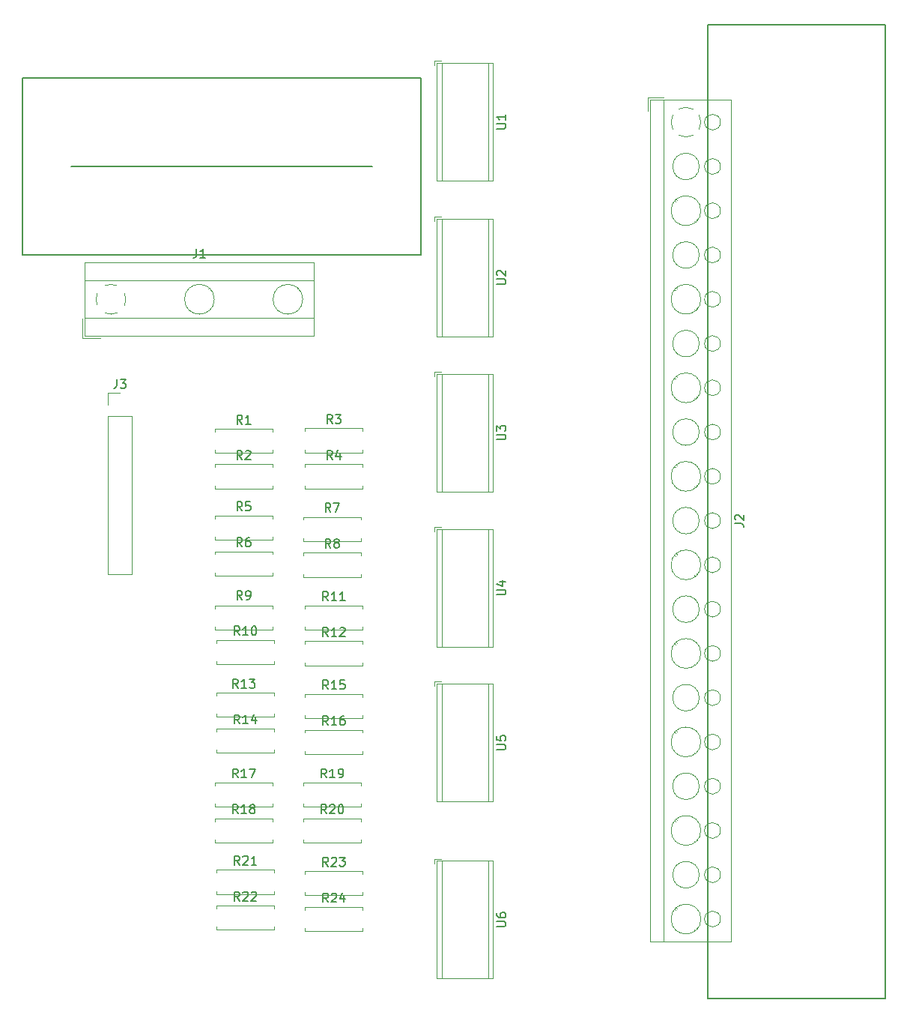
<source format=gbr>
G04 #@! TF.GenerationSoftware,KiCad,Pcbnew,7.0.8-7.0.8~ubuntu22.04.1*
G04 #@! TF.CreationDate,2024-10-17T18:38:32+09:00*
G04 #@! TF.ProjectId,NJW466617LEDDriver,4e4a5734-3636-4363-9137-4c4544447269,rev?*
G04 #@! TF.SameCoordinates,Original*
G04 #@! TF.FileFunction,Legend,Top*
G04 #@! TF.FilePolarity,Positive*
%FSLAX46Y46*%
G04 Gerber Fmt 4.6, Leading zero omitted, Abs format (unit mm)*
G04 Created by KiCad (PCBNEW 7.0.8-7.0.8~ubuntu22.04.1) date 2024-10-17 18:38:32*
%MOMM*%
%LPD*%
G01*
G04 APERTURE LIST*
%ADD10C,0.200000*%
%ADD11C,0.150000*%
%ADD12C,0.120000*%
G04 APERTURE END LIST*
D10*
X111585600Y-46244800D02*
X145585600Y-46244800D01*
X106085600Y-36244800D02*
X151085600Y-36244800D01*
X151085600Y-56244800D01*
X106085600Y-56244800D01*
X106085600Y-36244800D01*
X183585600Y-30244800D02*
X203585600Y-30244800D01*
X203585600Y-140244800D01*
X183585600Y-140244800D01*
X183585600Y-30244800D01*
D11*
X116752266Y-70289619D02*
X116752266Y-71003904D01*
X116752266Y-71003904D02*
X116704647Y-71146761D01*
X116704647Y-71146761D02*
X116609409Y-71242000D01*
X116609409Y-71242000D02*
X116466552Y-71289619D01*
X116466552Y-71289619D02*
X116371314Y-71289619D01*
X117133219Y-70289619D02*
X117752266Y-70289619D01*
X117752266Y-70289619D02*
X117418933Y-70670571D01*
X117418933Y-70670571D02*
X117561790Y-70670571D01*
X117561790Y-70670571D02*
X117657028Y-70718190D01*
X117657028Y-70718190D02*
X117704647Y-70765809D01*
X117704647Y-70765809D02*
X117752266Y-70861047D01*
X117752266Y-70861047D02*
X117752266Y-71099142D01*
X117752266Y-71099142D02*
X117704647Y-71194380D01*
X117704647Y-71194380D02*
X117657028Y-71242000D01*
X117657028Y-71242000D02*
X117561790Y-71289619D01*
X117561790Y-71289619D02*
X117276076Y-71289619D01*
X117276076Y-71289619D02*
X117180838Y-71242000D01*
X117180838Y-71242000D02*
X117133219Y-71194380D01*
X159700419Y-132086704D02*
X160509942Y-132086704D01*
X160509942Y-132086704D02*
X160605180Y-132039085D01*
X160605180Y-132039085D02*
X160652800Y-131991466D01*
X160652800Y-131991466D02*
X160700419Y-131896228D01*
X160700419Y-131896228D02*
X160700419Y-131705752D01*
X160700419Y-131705752D02*
X160652800Y-131610514D01*
X160652800Y-131610514D02*
X160605180Y-131562895D01*
X160605180Y-131562895D02*
X160509942Y-131515276D01*
X160509942Y-131515276D02*
X159700419Y-131515276D01*
X159700419Y-130610514D02*
X159700419Y-130800990D01*
X159700419Y-130800990D02*
X159748038Y-130896228D01*
X159748038Y-130896228D02*
X159795657Y-130943847D01*
X159795657Y-130943847D02*
X159938514Y-131039085D01*
X159938514Y-131039085D02*
X160128990Y-131086704D01*
X160128990Y-131086704D02*
X160509942Y-131086704D01*
X160509942Y-131086704D02*
X160605180Y-131039085D01*
X160605180Y-131039085D02*
X160652800Y-130991466D01*
X160652800Y-130991466D02*
X160700419Y-130896228D01*
X160700419Y-130896228D02*
X160700419Y-130705752D01*
X160700419Y-130705752D02*
X160652800Y-130610514D01*
X160652800Y-130610514D02*
X160605180Y-130562895D01*
X160605180Y-130562895D02*
X160509942Y-130515276D01*
X160509942Y-130515276D02*
X160271847Y-130515276D01*
X160271847Y-130515276D02*
X160176609Y-130562895D01*
X160176609Y-130562895D02*
X160128990Y-130610514D01*
X160128990Y-130610514D02*
X160081371Y-130705752D01*
X160081371Y-130705752D02*
X160081371Y-130896228D01*
X160081371Y-130896228D02*
X160128990Y-130991466D01*
X160128990Y-130991466D02*
X160176609Y-131039085D01*
X160176609Y-131039085D02*
X160271847Y-131086704D01*
X159700419Y-112086704D02*
X160509942Y-112086704D01*
X160509942Y-112086704D02*
X160605180Y-112039085D01*
X160605180Y-112039085D02*
X160652800Y-111991466D01*
X160652800Y-111991466D02*
X160700419Y-111896228D01*
X160700419Y-111896228D02*
X160700419Y-111705752D01*
X160700419Y-111705752D02*
X160652800Y-111610514D01*
X160652800Y-111610514D02*
X160605180Y-111562895D01*
X160605180Y-111562895D02*
X160509942Y-111515276D01*
X160509942Y-111515276D02*
X159700419Y-111515276D01*
X159700419Y-110562895D02*
X159700419Y-111039085D01*
X159700419Y-111039085D02*
X160176609Y-111086704D01*
X160176609Y-111086704D02*
X160128990Y-111039085D01*
X160128990Y-111039085D02*
X160081371Y-110943847D01*
X160081371Y-110943847D02*
X160081371Y-110705752D01*
X160081371Y-110705752D02*
X160128990Y-110610514D01*
X160128990Y-110610514D02*
X160176609Y-110562895D01*
X160176609Y-110562895D02*
X160271847Y-110515276D01*
X160271847Y-110515276D02*
X160509942Y-110515276D01*
X160509942Y-110515276D02*
X160605180Y-110562895D01*
X160605180Y-110562895D02*
X160652800Y-110610514D01*
X160652800Y-110610514D02*
X160700419Y-110705752D01*
X160700419Y-110705752D02*
X160700419Y-110943847D01*
X160700419Y-110943847D02*
X160652800Y-111039085D01*
X160652800Y-111039085D02*
X160605180Y-111086704D01*
X159700419Y-94626704D02*
X160509942Y-94626704D01*
X160509942Y-94626704D02*
X160605180Y-94579085D01*
X160605180Y-94579085D02*
X160652800Y-94531466D01*
X160652800Y-94531466D02*
X160700419Y-94436228D01*
X160700419Y-94436228D02*
X160700419Y-94245752D01*
X160700419Y-94245752D02*
X160652800Y-94150514D01*
X160652800Y-94150514D02*
X160605180Y-94102895D01*
X160605180Y-94102895D02*
X160509942Y-94055276D01*
X160509942Y-94055276D02*
X159700419Y-94055276D01*
X160033752Y-93150514D02*
X160700419Y-93150514D01*
X159652800Y-93388609D02*
X160367085Y-93626704D01*
X160367085Y-93626704D02*
X160367085Y-93007657D01*
X159700419Y-77086704D02*
X160509942Y-77086704D01*
X160509942Y-77086704D02*
X160605180Y-77039085D01*
X160605180Y-77039085D02*
X160652800Y-76991466D01*
X160652800Y-76991466D02*
X160700419Y-76896228D01*
X160700419Y-76896228D02*
X160700419Y-76705752D01*
X160700419Y-76705752D02*
X160652800Y-76610514D01*
X160652800Y-76610514D02*
X160605180Y-76562895D01*
X160605180Y-76562895D02*
X160509942Y-76515276D01*
X160509942Y-76515276D02*
X159700419Y-76515276D01*
X159700419Y-76134323D02*
X159700419Y-75515276D01*
X159700419Y-75515276D02*
X160081371Y-75848609D01*
X160081371Y-75848609D02*
X160081371Y-75705752D01*
X160081371Y-75705752D02*
X160128990Y-75610514D01*
X160128990Y-75610514D02*
X160176609Y-75562895D01*
X160176609Y-75562895D02*
X160271847Y-75515276D01*
X160271847Y-75515276D02*
X160509942Y-75515276D01*
X160509942Y-75515276D02*
X160605180Y-75562895D01*
X160605180Y-75562895D02*
X160652800Y-75610514D01*
X160652800Y-75610514D02*
X160700419Y-75705752D01*
X160700419Y-75705752D02*
X160700419Y-75991466D01*
X160700419Y-75991466D02*
X160652800Y-76086704D01*
X160652800Y-76086704D02*
X160605180Y-76134323D01*
X159700419Y-59546704D02*
X160509942Y-59546704D01*
X160509942Y-59546704D02*
X160605180Y-59499085D01*
X160605180Y-59499085D02*
X160652800Y-59451466D01*
X160652800Y-59451466D02*
X160700419Y-59356228D01*
X160700419Y-59356228D02*
X160700419Y-59165752D01*
X160700419Y-59165752D02*
X160652800Y-59070514D01*
X160652800Y-59070514D02*
X160605180Y-59022895D01*
X160605180Y-59022895D02*
X160509942Y-58975276D01*
X160509942Y-58975276D02*
X159700419Y-58975276D01*
X159795657Y-58546704D02*
X159748038Y-58499085D01*
X159748038Y-58499085D02*
X159700419Y-58403847D01*
X159700419Y-58403847D02*
X159700419Y-58165752D01*
X159700419Y-58165752D02*
X159748038Y-58070514D01*
X159748038Y-58070514D02*
X159795657Y-58022895D01*
X159795657Y-58022895D02*
X159890895Y-57975276D01*
X159890895Y-57975276D02*
X159986133Y-57975276D01*
X159986133Y-57975276D02*
X160128990Y-58022895D01*
X160128990Y-58022895D02*
X160700419Y-58594323D01*
X160700419Y-58594323D02*
X160700419Y-57975276D01*
X159700419Y-41966704D02*
X160509942Y-41966704D01*
X160509942Y-41966704D02*
X160605180Y-41919085D01*
X160605180Y-41919085D02*
X160652800Y-41871466D01*
X160652800Y-41871466D02*
X160700419Y-41776228D01*
X160700419Y-41776228D02*
X160700419Y-41585752D01*
X160700419Y-41585752D02*
X160652800Y-41490514D01*
X160652800Y-41490514D02*
X160605180Y-41442895D01*
X160605180Y-41442895D02*
X160509942Y-41395276D01*
X160509942Y-41395276D02*
X159700419Y-41395276D01*
X160700419Y-40395276D02*
X160700419Y-40966704D01*
X160700419Y-40680990D02*
X159700419Y-40680990D01*
X159700419Y-40680990D02*
X159843276Y-40776228D01*
X159843276Y-40776228D02*
X159938514Y-40871466D01*
X159938514Y-40871466D02*
X159986133Y-40966704D01*
X140632742Y-129329619D02*
X140299409Y-128853428D01*
X140061314Y-129329619D02*
X140061314Y-128329619D01*
X140061314Y-128329619D02*
X140442266Y-128329619D01*
X140442266Y-128329619D02*
X140537504Y-128377238D01*
X140537504Y-128377238D02*
X140585123Y-128424857D01*
X140585123Y-128424857D02*
X140632742Y-128520095D01*
X140632742Y-128520095D02*
X140632742Y-128662952D01*
X140632742Y-128662952D02*
X140585123Y-128758190D01*
X140585123Y-128758190D02*
X140537504Y-128805809D01*
X140537504Y-128805809D02*
X140442266Y-128853428D01*
X140442266Y-128853428D02*
X140061314Y-128853428D01*
X141013695Y-128424857D02*
X141061314Y-128377238D01*
X141061314Y-128377238D02*
X141156552Y-128329619D01*
X141156552Y-128329619D02*
X141394647Y-128329619D01*
X141394647Y-128329619D02*
X141489885Y-128377238D01*
X141489885Y-128377238D02*
X141537504Y-128424857D01*
X141537504Y-128424857D02*
X141585123Y-128520095D01*
X141585123Y-128520095D02*
X141585123Y-128615333D01*
X141585123Y-128615333D02*
X141537504Y-128758190D01*
X141537504Y-128758190D02*
X140966076Y-129329619D01*
X140966076Y-129329619D02*
X141585123Y-129329619D01*
X142442266Y-128662952D02*
X142442266Y-129329619D01*
X142204171Y-128282000D02*
X141966076Y-128996285D01*
X141966076Y-128996285D02*
X142585123Y-128996285D01*
X140632742Y-125279619D02*
X140299409Y-124803428D01*
X140061314Y-125279619D02*
X140061314Y-124279619D01*
X140061314Y-124279619D02*
X140442266Y-124279619D01*
X140442266Y-124279619D02*
X140537504Y-124327238D01*
X140537504Y-124327238D02*
X140585123Y-124374857D01*
X140585123Y-124374857D02*
X140632742Y-124470095D01*
X140632742Y-124470095D02*
X140632742Y-124612952D01*
X140632742Y-124612952D02*
X140585123Y-124708190D01*
X140585123Y-124708190D02*
X140537504Y-124755809D01*
X140537504Y-124755809D02*
X140442266Y-124803428D01*
X140442266Y-124803428D02*
X140061314Y-124803428D01*
X141013695Y-124374857D02*
X141061314Y-124327238D01*
X141061314Y-124327238D02*
X141156552Y-124279619D01*
X141156552Y-124279619D02*
X141394647Y-124279619D01*
X141394647Y-124279619D02*
X141489885Y-124327238D01*
X141489885Y-124327238D02*
X141537504Y-124374857D01*
X141537504Y-124374857D02*
X141585123Y-124470095D01*
X141585123Y-124470095D02*
X141585123Y-124565333D01*
X141585123Y-124565333D02*
X141537504Y-124708190D01*
X141537504Y-124708190D02*
X140966076Y-125279619D01*
X140966076Y-125279619D02*
X141585123Y-125279619D01*
X141918457Y-124279619D02*
X142537504Y-124279619D01*
X142537504Y-124279619D02*
X142204171Y-124660571D01*
X142204171Y-124660571D02*
X142347028Y-124660571D01*
X142347028Y-124660571D02*
X142442266Y-124708190D01*
X142442266Y-124708190D02*
X142489885Y-124755809D01*
X142489885Y-124755809D02*
X142537504Y-124851047D01*
X142537504Y-124851047D02*
X142537504Y-125089142D01*
X142537504Y-125089142D02*
X142489885Y-125184380D01*
X142489885Y-125184380D02*
X142442266Y-125232000D01*
X142442266Y-125232000D02*
X142347028Y-125279619D01*
X142347028Y-125279619D02*
X142061314Y-125279619D01*
X142061314Y-125279619D02*
X141966076Y-125232000D01*
X141966076Y-125232000D02*
X141918457Y-125184380D01*
X130632742Y-129179619D02*
X130299409Y-128703428D01*
X130061314Y-129179619D02*
X130061314Y-128179619D01*
X130061314Y-128179619D02*
X130442266Y-128179619D01*
X130442266Y-128179619D02*
X130537504Y-128227238D01*
X130537504Y-128227238D02*
X130585123Y-128274857D01*
X130585123Y-128274857D02*
X130632742Y-128370095D01*
X130632742Y-128370095D02*
X130632742Y-128512952D01*
X130632742Y-128512952D02*
X130585123Y-128608190D01*
X130585123Y-128608190D02*
X130537504Y-128655809D01*
X130537504Y-128655809D02*
X130442266Y-128703428D01*
X130442266Y-128703428D02*
X130061314Y-128703428D01*
X131013695Y-128274857D02*
X131061314Y-128227238D01*
X131061314Y-128227238D02*
X131156552Y-128179619D01*
X131156552Y-128179619D02*
X131394647Y-128179619D01*
X131394647Y-128179619D02*
X131489885Y-128227238D01*
X131489885Y-128227238D02*
X131537504Y-128274857D01*
X131537504Y-128274857D02*
X131585123Y-128370095D01*
X131585123Y-128370095D02*
X131585123Y-128465333D01*
X131585123Y-128465333D02*
X131537504Y-128608190D01*
X131537504Y-128608190D02*
X130966076Y-129179619D01*
X130966076Y-129179619D02*
X131585123Y-129179619D01*
X131966076Y-128274857D02*
X132013695Y-128227238D01*
X132013695Y-128227238D02*
X132108933Y-128179619D01*
X132108933Y-128179619D02*
X132347028Y-128179619D01*
X132347028Y-128179619D02*
X132442266Y-128227238D01*
X132442266Y-128227238D02*
X132489885Y-128274857D01*
X132489885Y-128274857D02*
X132537504Y-128370095D01*
X132537504Y-128370095D02*
X132537504Y-128465333D01*
X132537504Y-128465333D02*
X132489885Y-128608190D01*
X132489885Y-128608190D02*
X131918457Y-129179619D01*
X131918457Y-129179619D02*
X132537504Y-129179619D01*
X130632742Y-125129619D02*
X130299409Y-124653428D01*
X130061314Y-125129619D02*
X130061314Y-124129619D01*
X130061314Y-124129619D02*
X130442266Y-124129619D01*
X130442266Y-124129619D02*
X130537504Y-124177238D01*
X130537504Y-124177238D02*
X130585123Y-124224857D01*
X130585123Y-124224857D02*
X130632742Y-124320095D01*
X130632742Y-124320095D02*
X130632742Y-124462952D01*
X130632742Y-124462952D02*
X130585123Y-124558190D01*
X130585123Y-124558190D02*
X130537504Y-124605809D01*
X130537504Y-124605809D02*
X130442266Y-124653428D01*
X130442266Y-124653428D02*
X130061314Y-124653428D01*
X131013695Y-124224857D02*
X131061314Y-124177238D01*
X131061314Y-124177238D02*
X131156552Y-124129619D01*
X131156552Y-124129619D02*
X131394647Y-124129619D01*
X131394647Y-124129619D02*
X131489885Y-124177238D01*
X131489885Y-124177238D02*
X131537504Y-124224857D01*
X131537504Y-124224857D02*
X131585123Y-124320095D01*
X131585123Y-124320095D02*
X131585123Y-124415333D01*
X131585123Y-124415333D02*
X131537504Y-124558190D01*
X131537504Y-124558190D02*
X130966076Y-125129619D01*
X130966076Y-125129619D02*
X131585123Y-125129619D01*
X132537504Y-125129619D02*
X131966076Y-125129619D01*
X132251790Y-125129619D02*
X132251790Y-124129619D01*
X132251790Y-124129619D02*
X132156552Y-124272476D01*
X132156552Y-124272476D02*
X132061314Y-124367714D01*
X132061314Y-124367714D02*
X131966076Y-124415333D01*
X140442742Y-119329619D02*
X140109409Y-118853428D01*
X139871314Y-119329619D02*
X139871314Y-118329619D01*
X139871314Y-118329619D02*
X140252266Y-118329619D01*
X140252266Y-118329619D02*
X140347504Y-118377238D01*
X140347504Y-118377238D02*
X140395123Y-118424857D01*
X140395123Y-118424857D02*
X140442742Y-118520095D01*
X140442742Y-118520095D02*
X140442742Y-118662952D01*
X140442742Y-118662952D02*
X140395123Y-118758190D01*
X140395123Y-118758190D02*
X140347504Y-118805809D01*
X140347504Y-118805809D02*
X140252266Y-118853428D01*
X140252266Y-118853428D02*
X139871314Y-118853428D01*
X140823695Y-118424857D02*
X140871314Y-118377238D01*
X140871314Y-118377238D02*
X140966552Y-118329619D01*
X140966552Y-118329619D02*
X141204647Y-118329619D01*
X141204647Y-118329619D02*
X141299885Y-118377238D01*
X141299885Y-118377238D02*
X141347504Y-118424857D01*
X141347504Y-118424857D02*
X141395123Y-118520095D01*
X141395123Y-118520095D02*
X141395123Y-118615333D01*
X141395123Y-118615333D02*
X141347504Y-118758190D01*
X141347504Y-118758190D02*
X140776076Y-119329619D01*
X140776076Y-119329619D02*
X141395123Y-119329619D01*
X142014171Y-118329619D02*
X142109409Y-118329619D01*
X142109409Y-118329619D02*
X142204647Y-118377238D01*
X142204647Y-118377238D02*
X142252266Y-118424857D01*
X142252266Y-118424857D02*
X142299885Y-118520095D01*
X142299885Y-118520095D02*
X142347504Y-118710571D01*
X142347504Y-118710571D02*
X142347504Y-118948666D01*
X142347504Y-118948666D02*
X142299885Y-119139142D01*
X142299885Y-119139142D02*
X142252266Y-119234380D01*
X142252266Y-119234380D02*
X142204647Y-119282000D01*
X142204647Y-119282000D02*
X142109409Y-119329619D01*
X142109409Y-119329619D02*
X142014171Y-119329619D01*
X142014171Y-119329619D02*
X141918933Y-119282000D01*
X141918933Y-119282000D02*
X141871314Y-119234380D01*
X141871314Y-119234380D02*
X141823695Y-119139142D01*
X141823695Y-119139142D02*
X141776076Y-118948666D01*
X141776076Y-118948666D02*
X141776076Y-118710571D01*
X141776076Y-118710571D02*
X141823695Y-118520095D01*
X141823695Y-118520095D02*
X141871314Y-118424857D01*
X141871314Y-118424857D02*
X141918933Y-118377238D01*
X141918933Y-118377238D02*
X142014171Y-118329619D01*
X140442742Y-115279619D02*
X140109409Y-114803428D01*
X139871314Y-115279619D02*
X139871314Y-114279619D01*
X139871314Y-114279619D02*
X140252266Y-114279619D01*
X140252266Y-114279619D02*
X140347504Y-114327238D01*
X140347504Y-114327238D02*
X140395123Y-114374857D01*
X140395123Y-114374857D02*
X140442742Y-114470095D01*
X140442742Y-114470095D02*
X140442742Y-114612952D01*
X140442742Y-114612952D02*
X140395123Y-114708190D01*
X140395123Y-114708190D02*
X140347504Y-114755809D01*
X140347504Y-114755809D02*
X140252266Y-114803428D01*
X140252266Y-114803428D02*
X139871314Y-114803428D01*
X141395123Y-115279619D02*
X140823695Y-115279619D01*
X141109409Y-115279619D02*
X141109409Y-114279619D01*
X141109409Y-114279619D02*
X141014171Y-114422476D01*
X141014171Y-114422476D02*
X140918933Y-114517714D01*
X140918933Y-114517714D02*
X140823695Y-114565333D01*
X141871314Y-115279619D02*
X142061790Y-115279619D01*
X142061790Y-115279619D02*
X142157028Y-115232000D01*
X142157028Y-115232000D02*
X142204647Y-115184380D01*
X142204647Y-115184380D02*
X142299885Y-115041523D01*
X142299885Y-115041523D02*
X142347504Y-114851047D01*
X142347504Y-114851047D02*
X142347504Y-114470095D01*
X142347504Y-114470095D02*
X142299885Y-114374857D01*
X142299885Y-114374857D02*
X142252266Y-114327238D01*
X142252266Y-114327238D02*
X142157028Y-114279619D01*
X142157028Y-114279619D02*
X141966552Y-114279619D01*
X141966552Y-114279619D02*
X141871314Y-114327238D01*
X141871314Y-114327238D02*
X141823695Y-114374857D01*
X141823695Y-114374857D02*
X141776076Y-114470095D01*
X141776076Y-114470095D02*
X141776076Y-114708190D01*
X141776076Y-114708190D02*
X141823695Y-114803428D01*
X141823695Y-114803428D02*
X141871314Y-114851047D01*
X141871314Y-114851047D02*
X141966552Y-114898666D01*
X141966552Y-114898666D02*
X142157028Y-114898666D01*
X142157028Y-114898666D02*
X142252266Y-114851047D01*
X142252266Y-114851047D02*
X142299885Y-114803428D01*
X142299885Y-114803428D02*
X142347504Y-114708190D01*
X130442742Y-119329619D02*
X130109409Y-118853428D01*
X129871314Y-119329619D02*
X129871314Y-118329619D01*
X129871314Y-118329619D02*
X130252266Y-118329619D01*
X130252266Y-118329619D02*
X130347504Y-118377238D01*
X130347504Y-118377238D02*
X130395123Y-118424857D01*
X130395123Y-118424857D02*
X130442742Y-118520095D01*
X130442742Y-118520095D02*
X130442742Y-118662952D01*
X130442742Y-118662952D02*
X130395123Y-118758190D01*
X130395123Y-118758190D02*
X130347504Y-118805809D01*
X130347504Y-118805809D02*
X130252266Y-118853428D01*
X130252266Y-118853428D02*
X129871314Y-118853428D01*
X131395123Y-119329619D02*
X130823695Y-119329619D01*
X131109409Y-119329619D02*
X131109409Y-118329619D01*
X131109409Y-118329619D02*
X131014171Y-118472476D01*
X131014171Y-118472476D02*
X130918933Y-118567714D01*
X130918933Y-118567714D02*
X130823695Y-118615333D01*
X131966552Y-118758190D02*
X131871314Y-118710571D01*
X131871314Y-118710571D02*
X131823695Y-118662952D01*
X131823695Y-118662952D02*
X131776076Y-118567714D01*
X131776076Y-118567714D02*
X131776076Y-118520095D01*
X131776076Y-118520095D02*
X131823695Y-118424857D01*
X131823695Y-118424857D02*
X131871314Y-118377238D01*
X131871314Y-118377238D02*
X131966552Y-118329619D01*
X131966552Y-118329619D02*
X132157028Y-118329619D01*
X132157028Y-118329619D02*
X132252266Y-118377238D01*
X132252266Y-118377238D02*
X132299885Y-118424857D01*
X132299885Y-118424857D02*
X132347504Y-118520095D01*
X132347504Y-118520095D02*
X132347504Y-118567714D01*
X132347504Y-118567714D02*
X132299885Y-118662952D01*
X132299885Y-118662952D02*
X132252266Y-118710571D01*
X132252266Y-118710571D02*
X132157028Y-118758190D01*
X132157028Y-118758190D02*
X131966552Y-118758190D01*
X131966552Y-118758190D02*
X131871314Y-118805809D01*
X131871314Y-118805809D02*
X131823695Y-118853428D01*
X131823695Y-118853428D02*
X131776076Y-118948666D01*
X131776076Y-118948666D02*
X131776076Y-119139142D01*
X131776076Y-119139142D02*
X131823695Y-119234380D01*
X131823695Y-119234380D02*
X131871314Y-119282000D01*
X131871314Y-119282000D02*
X131966552Y-119329619D01*
X131966552Y-119329619D02*
X132157028Y-119329619D01*
X132157028Y-119329619D02*
X132252266Y-119282000D01*
X132252266Y-119282000D02*
X132299885Y-119234380D01*
X132299885Y-119234380D02*
X132347504Y-119139142D01*
X132347504Y-119139142D02*
X132347504Y-118948666D01*
X132347504Y-118948666D02*
X132299885Y-118853428D01*
X132299885Y-118853428D02*
X132252266Y-118805809D01*
X132252266Y-118805809D02*
X132157028Y-118758190D01*
X130442742Y-115279619D02*
X130109409Y-114803428D01*
X129871314Y-115279619D02*
X129871314Y-114279619D01*
X129871314Y-114279619D02*
X130252266Y-114279619D01*
X130252266Y-114279619D02*
X130347504Y-114327238D01*
X130347504Y-114327238D02*
X130395123Y-114374857D01*
X130395123Y-114374857D02*
X130442742Y-114470095D01*
X130442742Y-114470095D02*
X130442742Y-114612952D01*
X130442742Y-114612952D02*
X130395123Y-114708190D01*
X130395123Y-114708190D02*
X130347504Y-114755809D01*
X130347504Y-114755809D02*
X130252266Y-114803428D01*
X130252266Y-114803428D02*
X129871314Y-114803428D01*
X131395123Y-115279619D02*
X130823695Y-115279619D01*
X131109409Y-115279619D02*
X131109409Y-114279619D01*
X131109409Y-114279619D02*
X131014171Y-114422476D01*
X131014171Y-114422476D02*
X130918933Y-114517714D01*
X130918933Y-114517714D02*
X130823695Y-114565333D01*
X131728457Y-114279619D02*
X132395123Y-114279619D01*
X132395123Y-114279619D02*
X131966552Y-115279619D01*
X140632742Y-109329619D02*
X140299409Y-108853428D01*
X140061314Y-109329619D02*
X140061314Y-108329619D01*
X140061314Y-108329619D02*
X140442266Y-108329619D01*
X140442266Y-108329619D02*
X140537504Y-108377238D01*
X140537504Y-108377238D02*
X140585123Y-108424857D01*
X140585123Y-108424857D02*
X140632742Y-108520095D01*
X140632742Y-108520095D02*
X140632742Y-108662952D01*
X140632742Y-108662952D02*
X140585123Y-108758190D01*
X140585123Y-108758190D02*
X140537504Y-108805809D01*
X140537504Y-108805809D02*
X140442266Y-108853428D01*
X140442266Y-108853428D02*
X140061314Y-108853428D01*
X141585123Y-109329619D02*
X141013695Y-109329619D01*
X141299409Y-109329619D02*
X141299409Y-108329619D01*
X141299409Y-108329619D02*
X141204171Y-108472476D01*
X141204171Y-108472476D02*
X141108933Y-108567714D01*
X141108933Y-108567714D02*
X141013695Y-108615333D01*
X142442266Y-108329619D02*
X142251790Y-108329619D01*
X142251790Y-108329619D02*
X142156552Y-108377238D01*
X142156552Y-108377238D02*
X142108933Y-108424857D01*
X142108933Y-108424857D02*
X142013695Y-108567714D01*
X142013695Y-108567714D02*
X141966076Y-108758190D01*
X141966076Y-108758190D02*
X141966076Y-109139142D01*
X141966076Y-109139142D02*
X142013695Y-109234380D01*
X142013695Y-109234380D02*
X142061314Y-109282000D01*
X142061314Y-109282000D02*
X142156552Y-109329619D01*
X142156552Y-109329619D02*
X142347028Y-109329619D01*
X142347028Y-109329619D02*
X142442266Y-109282000D01*
X142442266Y-109282000D02*
X142489885Y-109234380D01*
X142489885Y-109234380D02*
X142537504Y-109139142D01*
X142537504Y-109139142D02*
X142537504Y-108901047D01*
X142537504Y-108901047D02*
X142489885Y-108805809D01*
X142489885Y-108805809D02*
X142442266Y-108758190D01*
X142442266Y-108758190D02*
X142347028Y-108710571D01*
X142347028Y-108710571D02*
X142156552Y-108710571D01*
X142156552Y-108710571D02*
X142061314Y-108758190D01*
X142061314Y-108758190D02*
X142013695Y-108805809D01*
X142013695Y-108805809D02*
X141966076Y-108901047D01*
X140632742Y-105279619D02*
X140299409Y-104803428D01*
X140061314Y-105279619D02*
X140061314Y-104279619D01*
X140061314Y-104279619D02*
X140442266Y-104279619D01*
X140442266Y-104279619D02*
X140537504Y-104327238D01*
X140537504Y-104327238D02*
X140585123Y-104374857D01*
X140585123Y-104374857D02*
X140632742Y-104470095D01*
X140632742Y-104470095D02*
X140632742Y-104612952D01*
X140632742Y-104612952D02*
X140585123Y-104708190D01*
X140585123Y-104708190D02*
X140537504Y-104755809D01*
X140537504Y-104755809D02*
X140442266Y-104803428D01*
X140442266Y-104803428D02*
X140061314Y-104803428D01*
X141585123Y-105279619D02*
X141013695Y-105279619D01*
X141299409Y-105279619D02*
X141299409Y-104279619D01*
X141299409Y-104279619D02*
X141204171Y-104422476D01*
X141204171Y-104422476D02*
X141108933Y-104517714D01*
X141108933Y-104517714D02*
X141013695Y-104565333D01*
X142489885Y-104279619D02*
X142013695Y-104279619D01*
X142013695Y-104279619D02*
X141966076Y-104755809D01*
X141966076Y-104755809D02*
X142013695Y-104708190D01*
X142013695Y-104708190D02*
X142108933Y-104660571D01*
X142108933Y-104660571D02*
X142347028Y-104660571D01*
X142347028Y-104660571D02*
X142442266Y-104708190D01*
X142442266Y-104708190D02*
X142489885Y-104755809D01*
X142489885Y-104755809D02*
X142537504Y-104851047D01*
X142537504Y-104851047D02*
X142537504Y-105089142D01*
X142537504Y-105089142D02*
X142489885Y-105184380D01*
X142489885Y-105184380D02*
X142442266Y-105232000D01*
X142442266Y-105232000D02*
X142347028Y-105279619D01*
X142347028Y-105279619D02*
X142108933Y-105279619D01*
X142108933Y-105279619D02*
X142013695Y-105232000D01*
X142013695Y-105232000D02*
X141966076Y-105184380D01*
X130632742Y-109179619D02*
X130299409Y-108703428D01*
X130061314Y-109179619D02*
X130061314Y-108179619D01*
X130061314Y-108179619D02*
X130442266Y-108179619D01*
X130442266Y-108179619D02*
X130537504Y-108227238D01*
X130537504Y-108227238D02*
X130585123Y-108274857D01*
X130585123Y-108274857D02*
X130632742Y-108370095D01*
X130632742Y-108370095D02*
X130632742Y-108512952D01*
X130632742Y-108512952D02*
X130585123Y-108608190D01*
X130585123Y-108608190D02*
X130537504Y-108655809D01*
X130537504Y-108655809D02*
X130442266Y-108703428D01*
X130442266Y-108703428D02*
X130061314Y-108703428D01*
X131585123Y-109179619D02*
X131013695Y-109179619D01*
X131299409Y-109179619D02*
X131299409Y-108179619D01*
X131299409Y-108179619D02*
X131204171Y-108322476D01*
X131204171Y-108322476D02*
X131108933Y-108417714D01*
X131108933Y-108417714D02*
X131013695Y-108465333D01*
X132442266Y-108512952D02*
X132442266Y-109179619D01*
X132204171Y-108132000D02*
X131966076Y-108846285D01*
X131966076Y-108846285D02*
X132585123Y-108846285D01*
X130442742Y-105149619D02*
X130109409Y-104673428D01*
X129871314Y-105149619D02*
X129871314Y-104149619D01*
X129871314Y-104149619D02*
X130252266Y-104149619D01*
X130252266Y-104149619D02*
X130347504Y-104197238D01*
X130347504Y-104197238D02*
X130395123Y-104244857D01*
X130395123Y-104244857D02*
X130442742Y-104340095D01*
X130442742Y-104340095D02*
X130442742Y-104482952D01*
X130442742Y-104482952D02*
X130395123Y-104578190D01*
X130395123Y-104578190D02*
X130347504Y-104625809D01*
X130347504Y-104625809D02*
X130252266Y-104673428D01*
X130252266Y-104673428D02*
X129871314Y-104673428D01*
X131395123Y-105149619D02*
X130823695Y-105149619D01*
X131109409Y-105149619D02*
X131109409Y-104149619D01*
X131109409Y-104149619D02*
X131014171Y-104292476D01*
X131014171Y-104292476D02*
X130918933Y-104387714D01*
X130918933Y-104387714D02*
X130823695Y-104435333D01*
X131728457Y-104149619D02*
X132347504Y-104149619D01*
X132347504Y-104149619D02*
X132014171Y-104530571D01*
X132014171Y-104530571D02*
X132157028Y-104530571D01*
X132157028Y-104530571D02*
X132252266Y-104578190D01*
X132252266Y-104578190D02*
X132299885Y-104625809D01*
X132299885Y-104625809D02*
X132347504Y-104721047D01*
X132347504Y-104721047D02*
X132347504Y-104959142D01*
X132347504Y-104959142D02*
X132299885Y-105054380D01*
X132299885Y-105054380D02*
X132252266Y-105102000D01*
X132252266Y-105102000D02*
X132157028Y-105149619D01*
X132157028Y-105149619D02*
X131871314Y-105149619D01*
X131871314Y-105149619D02*
X131776076Y-105102000D01*
X131776076Y-105102000D02*
X131728457Y-105054380D01*
X140632742Y-99329619D02*
X140299409Y-98853428D01*
X140061314Y-99329619D02*
X140061314Y-98329619D01*
X140061314Y-98329619D02*
X140442266Y-98329619D01*
X140442266Y-98329619D02*
X140537504Y-98377238D01*
X140537504Y-98377238D02*
X140585123Y-98424857D01*
X140585123Y-98424857D02*
X140632742Y-98520095D01*
X140632742Y-98520095D02*
X140632742Y-98662952D01*
X140632742Y-98662952D02*
X140585123Y-98758190D01*
X140585123Y-98758190D02*
X140537504Y-98805809D01*
X140537504Y-98805809D02*
X140442266Y-98853428D01*
X140442266Y-98853428D02*
X140061314Y-98853428D01*
X141585123Y-99329619D02*
X141013695Y-99329619D01*
X141299409Y-99329619D02*
X141299409Y-98329619D01*
X141299409Y-98329619D02*
X141204171Y-98472476D01*
X141204171Y-98472476D02*
X141108933Y-98567714D01*
X141108933Y-98567714D02*
X141013695Y-98615333D01*
X141966076Y-98424857D02*
X142013695Y-98377238D01*
X142013695Y-98377238D02*
X142108933Y-98329619D01*
X142108933Y-98329619D02*
X142347028Y-98329619D01*
X142347028Y-98329619D02*
X142442266Y-98377238D01*
X142442266Y-98377238D02*
X142489885Y-98424857D01*
X142489885Y-98424857D02*
X142537504Y-98520095D01*
X142537504Y-98520095D02*
X142537504Y-98615333D01*
X142537504Y-98615333D02*
X142489885Y-98758190D01*
X142489885Y-98758190D02*
X141918457Y-99329619D01*
X141918457Y-99329619D02*
X142537504Y-99329619D01*
X140632742Y-95279619D02*
X140299409Y-94803428D01*
X140061314Y-95279619D02*
X140061314Y-94279619D01*
X140061314Y-94279619D02*
X140442266Y-94279619D01*
X140442266Y-94279619D02*
X140537504Y-94327238D01*
X140537504Y-94327238D02*
X140585123Y-94374857D01*
X140585123Y-94374857D02*
X140632742Y-94470095D01*
X140632742Y-94470095D02*
X140632742Y-94612952D01*
X140632742Y-94612952D02*
X140585123Y-94708190D01*
X140585123Y-94708190D02*
X140537504Y-94755809D01*
X140537504Y-94755809D02*
X140442266Y-94803428D01*
X140442266Y-94803428D02*
X140061314Y-94803428D01*
X141585123Y-95279619D02*
X141013695Y-95279619D01*
X141299409Y-95279619D02*
X141299409Y-94279619D01*
X141299409Y-94279619D02*
X141204171Y-94422476D01*
X141204171Y-94422476D02*
X141108933Y-94517714D01*
X141108933Y-94517714D02*
X141013695Y-94565333D01*
X142537504Y-95279619D02*
X141966076Y-95279619D01*
X142251790Y-95279619D02*
X142251790Y-94279619D01*
X142251790Y-94279619D02*
X142156552Y-94422476D01*
X142156552Y-94422476D02*
X142061314Y-94517714D01*
X142061314Y-94517714D02*
X141966076Y-94565333D01*
X130632742Y-99179619D02*
X130299409Y-98703428D01*
X130061314Y-99179619D02*
X130061314Y-98179619D01*
X130061314Y-98179619D02*
X130442266Y-98179619D01*
X130442266Y-98179619D02*
X130537504Y-98227238D01*
X130537504Y-98227238D02*
X130585123Y-98274857D01*
X130585123Y-98274857D02*
X130632742Y-98370095D01*
X130632742Y-98370095D02*
X130632742Y-98512952D01*
X130632742Y-98512952D02*
X130585123Y-98608190D01*
X130585123Y-98608190D02*
X130537504Y-98655809D01*
X130537504Y-98655809D02*
X130442266Y-98703428D01*
X130442266Y-98703428D02*
X130061314Y-98703428D01*
X131585123Y-99179619D02*
X131013695Y-99179619D01*
X131299409Y-99179619D02*
X131299409Y-98179619D01*
X131299409Y-98179619D02*
X131204171Y-98322476D01*
X131204171Y-98322476D02*
X131108933Y-98417714D01*
X131108933Y-98417714D02*
X131013695Y-98465333D01*
X132204171Y-98179619D02*
X132299409Y-98179619D01*
X132299409Y-98179619D02*
X132394647Y-98227238D01*
X132394647Y-98227238D02*
X132442266Y-98274857D01*
X132442266Y-98274857D02*
X132489885Y-98370095D01*
X132489885Y-98370095D02*
X132537504Y-98560571D01*
X132537504Y-98560571D02*
X132537504Y-98798666D01*
X132537504Y-98798666D02*
X132489885Y-98989142D01*
X132489885Y-98989142D02*
X132442266Y-99084380D01*
X132442266Y-99084380D02*
X132394647Y-99132000D01*
X132394647Y-99132000D02*
X132299409Y-99179619D01*
X132299409Y-99179619D02*
X132204171Y-99179619D01*
X132204171Y-99179619D02*
X132108933Y-99132000D01*
X132108933Y-99132000D02*
X132061314Y-99084380D01*
X132061314Y-99084380D02*
X132013695Y-98989142D01*
X132013695Y-98989142D02*
X131966076Y-98798666D01*
X131966076Y-98798666D02*
X131966076Y-98560571D01*
X131966076Y-98560571D02*
X132013695Y-98370095D01*
X132013695Y-98370095D02*
X132061314Y-98274857D01*
X132061314Y-98274857D02*
X132108933Y-98227238D01*
X132108933Y-98227238D02*
X132204171Y-98179619D01*
X130918933Y-95174619D02*
X130585600Y-94698428D01*
X130347505Y-95174619D02*
X130347505Y-94174619D01*
X130347505Y-94174619D02*
X130728457Y-94174619D01*
X130728457Y-94174619D02*
X130823695Y-94222238D01*
X130823695Y-94222238D02*
X130871314Y-94269857D01*
X130871314Y-94269857D02*
X130918933Y-94365095D01*
X130918933Y-94365095D02*
X130918933Y-94507952D01*
X130918933Y-94507952D02*
X130871314Y-94603190D01*
X130871314Y-94603190D02*
X130823695Y-94650809D01*
X130823695Y-94650809D02*
X130728457Y-94698428D01*
X130728457Y-94698428D02*
X130347505Y-94698428D01*
X131395124Y-95174619D02*
X131585600Y-95174619D01*
X131585600Y-95174619D02*
X131680838Y-95127000D01*
X131680838Y-95127000D02*
X131728457Y-95079380D01*
X131728457Y-95079380D02*
X131823695Y-94936523D01*
X131823695Y-94936523D02*
X131871314Y-94746047D01*
X131871314Y-94746047D02*
X131871314Y-94365095D01*
X131871314Y-94365095D02*
X131823695Y-94269857D01*
X131823695Y-94269857D02*
X131776076Y-94222238D01*
X131776076Y-94222238D02*
X131680838Y-94174619D01*
X131680838Y-94174619D02*
X131490362Y-94174619D01*
X131490362Y-94174619D02*
X131395124Y-94222238D01*
X131395124Y-94222238D02*
X131347505Y-94269857D01*
X131347505Y-94269857D02*
X131299886Y-94365095D01*
X131299886Y-94365095D02*
X131299886Y-94603190D01*
X131299886Y-94603190D02*
X131347505Y-94698428D01*
X131347505Y-94698428D02*
X131395124Y-94746047D01*
X131395124Y-94746047D02*
X131490362Y-94793666D01*
X131490362Y-94793666D02*
X131680838Y-94793666D01*
X131680838Y-94793666D02*
X131776076Y-94746047D01*
X131776076Y-94746047D02*
X131823695Y-94698428D01*
X131823695Y-94698428D02*
X131871314Y-94603190D01*
X140918933Y-89329619D02*
X140585600Y-88853428D01*
X140347505Y-89329619D02*
X140347505Y-88329619D01*
X140347505Y-88329619D02*
X140728457Y-88329619D01*
X140728457Y-88329619D02*
X140823695Y-88377238D01*
X140823695Y-88377238D02*
X140871314Y-88424857D01*
X140871314Y-88424857D02*
X140918933Y-88520095D01*
X140918933Y-88520095D02*
X140918933Y-88662952D01*
X140918933Y-88662952D02*
X140871314Y-88758190D01*
X140871314Y-88758190D02*
X140823695Y-88805809D01*
X140823695Y-88805809D02*
X140728457Y-88853428D01*
X140728457Y-88853428D02*
X140347505Y-88853428D01*
X141490362Y-88758190D02*
X141395124Y-88710571D01*
X141395124Y-88710571D02*
X141347505Y-88662952D01*
X141347505Y-88662952D02*
X141299886Y-88567714D01*
X141299886Y-88567714D02*
X141299886Y-88520095D01*
X141299886Y-88520095D02*
X141347505Y-88424857D01*
X141347505Y-88424857D02*
X141395124Y-88377238D01*
X141395124Y-88377238D02*
X141490362Y-88329619D01*
X141490362Y-88329619D02*
X141680838Y-88329619D01*
X141680838Y-88329619D02*
X141776076Y-88377238D01*
X141776076Y-88377238D02*
X141823695Y-88424857D01*
X141823695Y-88424857D02*
X141871314Y-88520095D01*
X141871314Y-88520095D02*
X141871314Y-88567714D01*
X141871314Y-88567714D02*
X141823695Y-88662952D01*
X141823695Y-88662952D02*
X141776076Y-88710571D01*
X141776076Y-88710571D02*
X141680838Y-88758190D01*
X141680838Y-88758190D02*
X141490362Y-88758190D01*
X141490362Y-88758190D02*
X141395124Y-88805809D01*
X141395124Y-88805809D02*
X141347505Y-88853428D01*
X141347505Y-88853428D02*
X141299886Y-88948666D01*
X141299886Y-88948666D02*
X141299886Y-89139142D01*
X141299886Y-89139142D02*
X141347505Y-89234380D01*
X141347505Y-89234380D02*
X141395124Y-89282000D01*
X141395124Y-89282000D02*
X141490362Y-89329619D01*
X141490362Y-89329619D02*
X141680838Y-89329619D01*
X141680838Y-89329619D02*
X141776076Y-89282000D01*
X141776076Y-89282000D02*
X141823695Y-89234380D01*
X141823695Y-89234380D02*
X141871314Y-89139142D01*
X141871314Y-89139142D02*
X141871314Y-88948666D01*
X141871314Y-88948666D02*
X141823695Y-88853428D01*
X141823695Y-88853428D02*
X141776076Y-88805809D01*
X141776076Y-88805809D02*
X141680838Y-88758190D01*
X140918933Y-85279619D02*
X140585600Y-84803428D01*
X140347505Y-85279619D02*
X140347505Y-84279619D01*
X140347505Y-84279619D02*
X140728457Y-84279619D01*
X140728457Y-84279619D02*
X140823695Y-84327238D01*
X140823695Y-84327238D02*
X140871314Y-84374857D01*
X140871314Y-84374857D02*
X140918933Y-84470095D01*
X140918933Y-84470095D02*
X140918933Y-84612952D01*
X140918933Y-84612952D02*
X140871314Y-84708190D01*
X140871314Y-84708190D02*
X140823695Y-84755809D01*
X140823695Y-84755809D02*
X140728457Y-84803428D01*
X140728457Y-84803428D02*
X140347505Y-84803428D01*
X141252267Y-84279619D02*
X141918933Y-84279619D01*
X141918933Y-84279619D02*
X141490362Y-85279619D01*
X130918933Y-89179619D02*
X130585600Y-88703428D01*
X130347505Y-89179619D02*
X130347505Y-88179619D01*
X130347505Y-88179619D02*
X130728457Y-88179619D01*
X130728457Y-88179619D02*
X130823695Y-88227238D01*
X130823695Y-88227238D02*
X130871314Y-88274857D01*
X130871314Y-88274857D02*
X130918933Y-88370095D01*
X130918933Y-88370095D02*
X130918933Y-88512952D01*
X130918933Y-88512952D02*
X130871314Y-88608190D01*
X130871314Y-88608190D02*
X130823695Y-88655809D01*
X130823695Y-88655809D02*
X130728457Y-88703428D01*
X130728457Y-88703428D02*
X130347505Y-88703428D01*
X131776076Y-88179619D02*
X131585600Y-88179619D01*
X131585600Y-88179619D02*
X131490362Y-88227238D01*
X131490362Y-88227238D02*
X131442743Y-88274857D01*
X131442743Y-88274857D02*
X131347505Y-88417714D01*
X131347505Y-88417714D02*
X131299886Y-88608190D01*
X131299886Y-88608190D02*
X131299886Y-88989142D01*
X131299886Y-88989142D02*
X131347505Y-89084380D01*
X131347505Y-89084380D02*
X131395124Y-89132000D01*
X131395124Y-89132000D02*
X131490362Y-89179619D01*
X131490362Y-89179619D02*
X131680838Y-89179619D01*
X131680838Y-89179619D02*
X131776076Y-89132000D01*
X131776076Y-89132000D02*
X131823695Y-89084380D01*
X131823695Y-89084380D02*
X131871314Y-88989142D01*
X131871314Y-88989142D02*
X131871314Y-88751047D01*
X131871314Y-88751047D02*
X131823695Y-88655809D01*
X131823695Y-88655809D02*
X131776076Y-88608190D01*
X131776076Y-88608190D02*
X131680838Y-88560571D01*
X131680838Y-88560571D02*
X131490362Y-88560571D01*
X131490362Y-88560571D02*
X131395124Y-88608190D01*
X131395124Y-88608190D02*
X131347505Y-88655809D01*
X131347505Y-88655809D02*
X131299886Y-88751047D01*
X130918933Y-85129619D02*
X130585600Y-84653428D01*
X130347505Y-85129619D02*
X130347505Y-84129619D01*
X130347505Y-84129619D02*
X130728457Y-84129619D01*
X130728457Y-84129619D02*
X130823695Y-84177238D01*
X130823695Y-84177238D02*
X130871314Y-84224857D01*
X130871314Y-84224857D02*
X130918933Y-84320095D01*
X130918933Y-84320095D02*
X130918933Y-84462952D01*
X130918933Y-84462952D02*
X130871314Y-84558190D01*
X130871314Y-84558190D02*
X130823695Y-84605809D01*
X130823695Y-84605809D02*
X130728457Y-84653428D01*
X130728457Y-84653428D02*
X130347505Y-84653428D01*
X131823695Y-84129619D02*
X131347505Y-84129619D01*
X131347505Y-84129619D02*
X131299886Y-84605809D01*
X131299886Y-84605809D02*
X131347505Y-84558190D01*
X131347505Y-84558190D02*
X131442743Y-84510571D01*
X131442743Y-84510571D02*
X131680838Y-84510571D01*
X131680838Y-84510571D02*
X131776076Y-84558190D01*
X131776076Y-84558190D02*
X131823695Y-84605809D01*
X131823695Y-84605809D02*
X131871314Y-84701047D01*
X131871314Y-84701047D02*
X131871314Y-84939142D01*
X131871314Y-84939142D02*
X131823695Y-85034380D01*
X131823695Y-85034380D02*
X131776076Y-85082000D01*
X131776076Y-85082000D02*
X131680838Y-85129619D01*
X131680838Y-85129619D02*
X131442743Y-85129619D01*
X131442743Y-85129619D02*
X131347505Y-85082000D01*
X131347505Y-85082000D02*
X131299886Y-85034380D01*
X141108933Y-79329619D02*
X140775600Y-78853428D01*
X140537505Y-79329619D02*
X140537505Y-78329619D01*
X140537505Y-78329619D02*
X140918457Y-78329619D01*
X140918457Y-78329619D02*
X141013695Y-78377238D01*
X141013695Y-78377238D02*
X141061314Y-78424857D01*
X141061314Y-78424857D02*
X141108933Y-78520095D01*
X141108933Y-78520095D02*
X141108933Y-78662952D01*
X141108933Y-78662952D02*
X141061314Y-78758190D01*
X141061314Y-78758190D02*
X141013695Y-78805809D01*
X141013695Y-78805809D02*
X140918457Y-78853428D01*
X140918457Y-78853428D02*
X140537505Y-78853428D01*
X141966076Y-78662952D02*
X141966076Y-79329619D01*
X141727981Y-78282000D02*
X141489886Y-78996285D01*
X141489886Y-78996285D02*
X142108933Y-78996285D01*
X141108933Y-75279619D02*
X140775600Y-74803428D01*
X140537505Y-75279619D02*
X140537505Y-74279619D01*
X140537505Y-74279619D02*
X140918457Y-74279619D01*
X140918457Y-74279619D02*
X141013695Y-74327238D01*
X141013695Y-74327238D02*
X141061314Y-74374857D01*
X141061314Y-74374857D02*
X141108933Y-74470095D01*
X141108933Y-74470095D02*
X141108933Y-74612952D01*
X141108933Y-74612952D02*
X141061314Y-74708190D01*
X141061314Y-74708190D02*
X141013695Y-74755809D01*
X141013695Y-74755809D02*
X140918457Y-74803428D01*
X140918457Y-74803428D02*
X140537505Y-74803428D01*
X141442267Y-74279619D02*
X142061314Y-74279619D01*
X142061314Y-74279619D02*
X141727981Y-74660571D01*
X141727981Y-74660571D02*
X141870838Y-74660571D01*
X141870838Y-74660571D02*
X141966076Y-74708190D01*
X141966076Y-74708190D02*
X142013695Y-74755809D01*
X142013695Y-74755809D02*
X142061314Y-74851047D01*
X142061314Y-74851047D02*
X142061314Y-75089142D01*
X142061314Y-75089142D02*
X142013695Y-75184380D01*
X142013695Y-75184380D02*
X141966076Y-75232000D01*
X141966076Y-75232000D02*
X141870838Y-75279619D01*
X141870838Y-75279619D02*
X141585124Y-75279619D01*
X141585124Y-75279619D02*
X141489886Y-75232000D01*
X141489886Y-75232000D02*
X141442267Y-75184380D01*
X130918933Y-79329619D02*
X130585600Y-78853428D01*
X130347505Y-79329619D02*
X130347505Y-78329619D01*
X130347505Y-78329619D02*
X130728457Y-78329619D01*
X130728457Y-78329619D02*
X130823695Y-78377238D01*
X130823695Y-78377238D02*
X130871314Y-78424857D01*
X130871314Y-78424857D02*
X130918933Y-78520095D01*
X130918933Y-78520095D02*
X130918933Y-78662952D01*
X130918933Y-78662952D02*
X130871314Y-78758190D01*
X130871314Y-78758190D02*
X130823695Y-78805809D01*
X130823695Y-78805809D02*
X130728457Y-78853428D01*
X130728457Y-78853428D02*
X130347505Y-78853428D01*
X131299886Y-78424857D02*
X131347505Y-78377238D01*
X131347505Y-78377238D02*
X131442743Y-78329619D01*
X131442743Y-78329619D02*
X131680838Y-78329619D01*
X131680838Y-78329619D02*
X131776076Y-78377238D01*
X131776076Y-78377238D02*
X131823695Y-78424857D01*
X131823695Y-78424857D02*
X131871314Y-78520095D01*
X131871314Y-78520095D02*
X131871314Y-78615333D01*
X131871314Y-78615333D02*
X131823695Y-78758190D01*
X131823695Y-78758190D02*
X131252267Y-79329619D01*
X131252267Y-79329619D02*
X131871314Y-79329619D01*
X130918933Y-75329619D02*
X130585600Y-74853428D01*
X130347505Y-75329619D02*
X130347505Y-74329619D01*
X130347505Y-74329619D02*
X130728457Y-74329619D01*
X130728457Y-74329619D02*
X130823695Y-74377238D01*
X130823695Y-74377238D02*
X130871314Y-74424857D01*
X130871314Y-74424857D02*
X130918933Y-74520095D01*
X130918933Y-74520095D02*
X130918933Y-74662952D01*
X130918933Y-74662952D02*
X130871314Y-74758190D01*
X130871314Y-74758190D02*
X130823695Y-74805809D01*
X130823695Y-74805809D02*
X130728457Y-74853428D01*
X130728457Y-74853428D02*
X130347505Y-74853428D01*
X131871314Y-75329619D02*
X131299886Y-75329619D01*
X131585600Y-75329619D02*
X131585600Y-74329619D01*
X131585600Y-74329619D02*
X131490362Y-74472476D01*
X131490362Y-74472476D02*
X131395124Y-74567714D01*
X131395124Y-74567714D02*
X131299886Y-74615333D01*
X186600419Y-86578133D02*
X187314704Y-86578133D01*
X187314704Y-86578133D02*
X187457561Y-86625752D01*
X187457561Y-86625752D02*
X187552800Y-86720990D01*
X187552800Y-86720990D02*
X187600419Y-86863847D01*
X187600419Y-86863847D02*
X187600419Y-86959085D01*
X186695657Y-86149561D02*
X186648038Y-86101942D01*
X186648038Y-86101942D02*
X186600419Y-86006704D01*
X186600419Y-86006704D02*
X186600419Y-85768609D01*
X186600419Y-85768609D02*
X186648038Y-85673371D01*
X186648038Y-85673371D02*
X186695657Y-85625752D01*
X186695657Y-85625752D02*
X186790895Y-85578133D01*
X186790895Y-85578133D02*
X186886133Y-85578133D01*
X186886133Y-85578133D02*
X187028990Y-85625752D01*
X187028990Y-85625752D02*
X187600419Y-86197180D01*
X187600419Y-86197180D02*
X187600419Y-85578133D01*
X125752266Y-55539619D02*
X125752266Y-56253904D01*
X125752266Y-56253904D02*
X125704647Y-56396761D01*
X125704647Y-56396761D02*
X125609409Y-56492000D01*
X125609409Y-56492000D02*
X125466552Y-56539619D01*
X125466552Y-56539619D02*
X125371314Y-56539619D01*
X126752266Y-56539619D02*
X126180838Y-56539619D01*
X126466552Y-56539619D02*
X126466552Y-55539619D01*
X126466552Y-55539619D02*
X126371314Y-55682476D01*
X126371314Y-55682476D02*
X126276076Y-55777714D01*
X126276076Y-55777714D02*
X126180838Y-55825333D01*
D12*
X115755600Y-71834800D02*
X117085600Y-71834800D01*
X118415600Y-74434800D02*
X118415600Y-92274800D01*
X115755600Y-73164800D02*
X115755600Y-71834800D01*
X115755600Y-74434800D02*
X115755600Y-92274800D01*
X115755600Y-92274800D02*
X118415600Y-92274800D01*
X115755600Y-74434800D02*
X118415600Y-74434800D01*
X159245600Y-137964800D02*
X152925600Y-137964800D01*
X152685600Y-124444800D02*
X152685600Y-124944800D01*
X158785600Y-124684800D02*
X158785600Y-137964800D01*
X152925600Y-124684800D02*
X152925600Y-137964800D01*
X159245600Y-124684800D02*
X152925600Y-124684800D01*
X153425600Y-124444800D02*
X152685600Y-124444800D01*
X159245600Y-124684800D02*
X159245600Y-137964800D01*
X153485600Y-124684800D02*
X153485600Y-137964800D01*
X159245600Y-117964800D02*
X152925600Y-117964800D01*
X152685600Y-104444800D02*
X152685600Y-104944800D01*
X158785600Y-104684800D02*
X158785600Y-117964800D01*
X152925600Y-104684800D02*
X152925600Y-117964800D01*
X159245600Y-104684800D02*
X152925600Y-104684800D01*
X153425600Y-104444800D02*
X152685600Y-104444800D01*
X159245600Y-104684800D02*
X159245600Y-117964800D01*
X153485600Y-104684800D02*
X153485600Y-117964800D01*
X153485600Y-87224800D02*
X153485600Y-100504800D01*
X159245600Y-87224800D02*
X159245600Y-100504800D01*
X153425600Y-86984800D02*
X152685600Y-86984800D01*
X159245600Y-87224800D02*
X152925600Y-87224800D01*
X152925600Y-87224800D02*
X152925600Y-100504800D01*
X158785600Y-87224800D02*
X158785600Y-100504800D01*
X152685600Y-86984800D02*
X152685600Y-87484800D01*
X159245600Y-100504800D02*
X152925600Y-100504800D01*
X159245600Y-82964800D02*
X152925600Y-82964800D01*
X152685600Y-69444800D02*
X152685600Y-69944800D01*
X158785600Y-69684800D02*
X158785600Y-82964800D01*
X152925600Y-69684800D02*
X152925600Y-82964800D01*
X159245600Y-69684800D02*
X152925600Y-69684800D01*
X153425600Y-69444800D02*
X152685600Y-69444800D01*
X159245600Y-69684800D02*
X159245600Y-82964800D01*
X153485600Y-69684800D02*
X153485600Y-82964800D01*
X159245600Y-65424800D02*
X152925600Y-65424800D01*
X152685600Y-51904800D02*
X152685600Y-52404800D01*
X158785600Y-52144800D02*
X158785600Y-65424800D01*
X152925600Y-52144800D02*
X152925600Y-65424800D01*
X159245600Y-52144800D02*
X152925600Y-52144800D01*
X153425600Y-51904800D02*
X152685600Y-51904800D01*
X159245600Y-52144800D02*
X159245600Y-65424800D01*
X153485600Y-52144800D02*
X153485600Y-65424800D01*
X159245600Y-47844800D02*
X152925600Y-47844800D01*
X152685600Y-34324800D02*
X152685600Y-34824800D01*
X158785600Y-34564800D02*
X158785600Y-47844800D01*
X152925600Y-34564800D02*
X152925600Y-47844800D01*
X159245600Y-34564800D02*
X152925600Y-34564800D01*
X153425600Y-34324800D02*
X152685600Y-34324800D01*
X159245600Y-34564800D02*
X159245600Y-47844800D01*
X153485600Y-34564800D02*
X153485600Y-47844800D01*
X144545600Y-129874800D02*
X144545600Y-130204800D01*
X138005600Y-130204800D02*
X138005600Y-129874800D01*
X138005600Y-132284800D02*
X138005600Y-132614800D01*
X138005600Y-132614800D02*
X144545600Y-132614800D01*
X138005600Y-129874800D02*
X144545600Y-129874800D01*
X144545600Y-132614800D02*
X144545600Y-132284800D01*
X144545600Y-125824800D02*
X144545600Y-126154800D01*
X138005600Y-126154800D02*
X138005600Y-125824800D01*
X138005600Y-128234800D02*
X138005600Y-128564800D01*
X138005600Y-128564800D02*
X144545600Y-128564800D01*
X138005600Y-125824800D02*
X144545600Y-125824800D01*
X144545600Y-128564800D02*
X144545600Y-128234800D01*
X134545600Y-129724800D02*
X134545600Y-130054800D01*
X128005600Y-130054800D02*
X128005600Y-129724800D01*
X128005600Y-132134800D02*
X128005600Y-132464800D01*
X128005600Y-132464800D02*
X134545600Y-132464800D01*
X128005600Y-129724800D02*
X134545600Y-129724800D01*
X134545600Y-132464800D02*
X134545600Y-132134800D01*
X134545600Y-125674800D02*
X134545600Y-126004800D01*
X128005600Y-126004800D02*
X128005600Y-125674800D01*
X128005600Y-128084800D02*
X128005600Y-128414800D01*
X128005600Y-128414800D02*
X134545600Y-128414800D01*
X128005600Y-125674800D02*
X134545600Y-125674800D01*
X134545600Y-128414800D02*
X134545600Y-128084800D01*
X144355600Y-122614800D02*
X144355600Y-122284800D01*
X137815600Y-119874800D02*
X144355600Y-119874800D01*
X137815600Y-122614800D02*
X144355600Y-122614800D01*
X137815600Y-122284800D02*
X137815600Y-122614800D01*
X137815600Y-120204800D02*
X137815600Y-119874800D01*
X144355600Y-119874800D02*
X144355600Y-120204800D01*
X144355600Y-118564800D02*
X144355600Y-118234800D01*
X137815600Y-115824800D02*
X144355600Y-115824800D01*
X137815600Y-118564800D02*
X144355600Y-118564800D01*
X137815600Y-118234800D02*
X137815600Y-118564800D01*
X137815600Y-116154800D02*
X137815600Y-115824800D01*
X144355600Y-115824800D02*
X144355600Y-116154800D01*
X134355600Y-122614800D02*
X134355600Y-122284800D01*
X127815600Y-119874800D02*
X134355600Y-119874800D01*
X127815600Y-122614800D02*
X134355600Y-122614800D01*
X127815600Y-122284800D02*
X127815600Y-122614800D01*
X127815600Y-120204800D02*
X127815600Y-119874800D01*
X134355600Y-119874800D02*
X134355600Y-120204800D01*
X134355600Y-118564800D02*
X134355600Y-118234800D01*
X127815600Y-115824800D02*
X134355600Y-115824800D01*
X127815600Y-118564800D02*
X134355600Y-118564800D01*
X127815600Y-118234800D02*
X127815600Y-118564800D01*
X127815600Y-116154800D02*
X127815600Y-115824800D01*
X134355600Y-115824800D02*
X134355600Y-116154800D01*
X144545600Y-109874800D02*
X144545600Y-110204800D01*
X138005600Y-110204800D02*
X138005600Y-109874800D01*
X138005600Y-112284800D02*
X138005600Y-112614800D01*
X138005600Y-112614800D02*
X144545600Y-112614800D01*
X138005600Y-109874800D02*
X144545600Y-109874800D01*
X144545600Y-112614800D02*
X144545600Y-112284800D01*
X144545600Y-105824800D02*
X144545600Y-106154800D01*
X138005600Y-106154800D02*
X138005600Y-105824800D01*
X138005600Y-108234800D02*
X138005600Y-108564800D01*
X138005600Y-108564800D02*
X144545600Y-108564800D01*
X138005600Y-105824800D02*
X144545600Y-105824800D01*
X144545600Y-108564800D02*
X144545600Y-108234800D01*
X134545600Y-109724800D02*
X134545600Y-110054800D01*
X128005600Y-110054800D02*
X128005600Y-109724800D01*
X128005600Y-112134800D02*
X128005600Y-112464800D01*
X128005600Y-112464800D02*
X134545600Y-112464800D01*
X128005600Y-109724800D02*
X134545600Y-109724800D01*
X134545600Y-112464800D02*
X134545600Y-112134800D01*
X134545600Y-105674800D02*
X134545600Y-106004800D01*
X128005600Y-106004800D02*
X128005600Y-105674800D01*
X128005600Y-108084800D02*
X128005600Y-108414800D01*
X128005600Y-108414800D02*
X134545600Y-108414800D01*
X128005600Y-105674800D02*
X134545600Y-105674800D01*
X134545600Y-108414800D02*
X134545600Y-108084800D01*
X144545600Y-102614800D02*
X144545600Y-102284800D01*
X138005600Y-99874800D02*
X144545600Y-99874800D01*
X138005600Y-102614800D02*
X144545600Y-102614800D01*
X138005600Y-102284800D02*
X138005600Y-102614800D01*
X138005600Y-100204800D02*
X138005600Y-99874800D01*
X144545600Y-99874800D02*
X144545600Y-100204800D01*
X144545600Y-98564800D02*
X144545600Y-98234800D01*
X138005600Y-95824800D02*
X144545600Y-95824800D01*
X138005600Y-98564800D02*
X144545600Y-98564800D01*
X138005600Y-98234800D02*
X138005600Y-98564800D01*
X138005600Y-96154800D02*
X138005600Y-95824800D01*
X144545600Y-95824800D02*
X144545600Y-96154800D01*
X134545600Y-102464800D02*
X134545600Y-102134800D01*
X128005600Y-99724800D02*
X134545600Y-99724800D01*
X128005600Y-102464800D02*
X134545600Y-102464800D01*
X128005600Y-102134800D02*
X128005600Y-102464800D01*
X128005600Y-100054800D02*
X128005600Y-99724800D01*
X134545600Y-99724800D02*
X134545600Y-100054800D01*
X134355600Y-95824800D02*
X134355600Y-96154800D01*
X127815600Y-96154800D02*
X127815600Y-95824800D01*
X127815600Y-98234800D02*
X127815600Y-98564800D01*
X127815600Y-98564800D02*
X134355600Y-98564800D01*
X127815600Y-95824800D02*
X134355600Y-95824800D01*
X134355600Y-98564800D02*
X134355600Y-98234800D01*
X144355600Y-89874800D02*
X144355600Y-90204800D01*
X137815600Y-90204800D02*
X137815600Y-89874800D01*
X137815600Y-92284800D02*
X137815600Y-92614800D01*
X137815600Y-92614800D02*
X144355600Y-92614800D01*
X137815600Y-89874800D02*
X144355600Y-89874800D01*
X144355600Y-92614800D02*
X144355600Y-92284800D01*
X144355600Y-85824800D02*
X144355600Y-86154800D01*
X137815600Y-86154800D02*
X137815600Y-85824800D01*
X137815600Y-88234800D02*
X137815600Y-88564800D01*
X137815600Y-88564800D02*
X144355600Y-88564800D01*
X137815600Y-85824800D02*
X144355600Y-85824800D01*
X144355600Y-88564800D02*
X144355600Y-88234800D01*
X134355600Y-89724800D02*
X134355600Y-90054800D01*
X127815600Y-90054800D02*
X127815600Y-89724800D01*
X127815600Y-92134800D02*
X127815600Y-92464800D01*
X127815600Y-92464800D02*
X134355600Y-92464800D01*
X127815600Y-89724800D02*
X134355600Y-89724800D01*
X134355600Y-92464800D02*
X134355600Y-92134800D01*
X134355600Y-85674800D02*
X134355600Y-86004800D01*
X127815600Y-86004800D02*
X127815600Y-85674800D01*
X127815600Y-88084800D02*
X127815600Y-88414800D01*
X127815600Y-88414800D02*
X134355600Y-88414800D01*
X127815600Y-85674800D02*
X134355600Y-85674800D01*
X134355600Y-88414800D02*
X134355600Y-88084800D01*
X144545600Y-79874800D02*
X144545600Y-80204800D01*
X138005600Y-80204800D02*
X138005600Y-79874800D01*
X138005600Y-82284800D02*
X138005600Y-82614800D01*
X138005600Y-82614800D02*
X144545600Y-82614800D01*
X138005600Y-79874800D02*
X144545600Y-79874800D01*
X144545600Y-82614800D02*
X144545600Y-82284800D01*
X144545600Y-78564800D02*
X144545600Y-78234800D01*
X138005600Y-75824800D02*
X144545600Y-75824800D01*
X138005600Y-78564800D02*
X144545600Y-78564800D01*
X138005600Y-78234800D02*
X138005600Y-78564800D01*
X138005600Y-76154800D02*
X138005600Y-75824800D01*
X144545600Y-75824800D02*
X144545600Y-76154800D01*
X134355600Y-79874800D02*
X134355600Y-80204800D01*
X127815600Y-80204800D02*
X127815600Y-79874800D01*
X127815600Y-82284800D02*
X127815600Y-82614800D01*
X127815600Y-82614800D02*
X134355600Y-82614800D01*
X127815600Y-79874800D02*
X134355600Y-79874800D01*
X134355600Y-82614800D02*
X134355600Y-82284800D01*
X134355600Y-75874800D02*
X134355600Y-76204800D01*
X127815600Y-76204800D02*
X127815600Y-75874800D01*
X127815600Y-78284800D02*
X127815600Y-78614800D01*
X127815600Y-78614800D02*
X134355600Y-78614800D01*
X127815600Y-75874800D02*
X134355600Y-75874800D01*
X134355600Y-78614800D02*
X134355600Y-78284800D01*
X182765600Y-101244800D02*
G75*
G03*
X182765600Y-101244800I-1680000J0D01*
G01*
X184985600Y-86244800D02*
G75*
G03*
X184985600Y-86244800I-900000J0D01*
G01*
X184985600Y-126244800D02*
G75*
G03*
X184985600Y-126244800I-900000J0D01*
G01*
X184985600Y-46244800D02*
G75*
G03*
X184985600Y-46244800I-900000J0D01*
G01*
X184985600Y-81244800D02*
G75*
G03*
X184985600Y-81244800I-900000J0D01*
G01*
X182585600Y-106244800D02*
G75*
G03*
X182585600Y-106244800I-1500000J0D01*
G01*
X182585600Y-96244800D02*
G75*
G03*
X182585600Y-96244800I-1500000J0D01*
G01*
X182585600Y-56244800D02*
G75*
G03*
X182585600Y-56244800I-1500000J0D01*
G01*
X182765600Y-121244800D02*
G75*
G03*
X182765600Y-121244800I-1680000J0D01*
G01*
X182765600Y-71244800D02*
G75*
G03*
X182765600Y-71244800I-1680000J0D01*
G01*
X182585600Y-46244800D02*
G75*
G03*
X182585600Y-46244800I-1500000J0D01*
G01*
X182585600Y-116244800D02*
G75*
G03*
X182585600Y-116244800I-1500000J0D01*
G01*
X184985600Y-131244800D02*
G75*
G03*
X184985600Y-131244800I-900000J0D01*
G01*
X184985600Y-96244800D02*
G75*
G03*
X184985600Y-96244800I-900000J0D01*
G01*
X184985600Y-101244800D02*
G75*
G03*
X184985600Y-101244800I-900000J0D01*
G01*
X184985600Y-71244800D02*
G75*
G03*
X184985600Y-71244800I-900000J0D01*
G01*
X182585600Y-76244800D02*
G75*
G03*
X182585600Y-76244800I-1500000J0D01*
G01*
X184985600Y-111244800D02*
G75*
G03*
X184985600Y-111244800I-900000J0D01*
G01*
X182765600Y-91244800D02*
G75*
G03*
X182765600Y-91244800I-1680000J0D01*
G01*
X182585600Y-126244800D02*
G75*
G03*
X182585600Y-126244800I-1500000J0D01*
G01*
X184985600Y-121244800D02*
G75*
G03*
X184985600Y-121244800I-900000J0D01*
G01*
X184985600Y-106244800D02*
G75*
G03*
X184985600Y-106244800I-900000J0D01*
G01*
X182765600Y-51244800D02*
G75*
G03*
X182765600Y-51244800I-1680000J0D01*
G01*
X182765600Y-111244800D02*
G75*
G03*
X182765600Y-111244800I-1680000J0D01*
G01*
X184985600Y-116244800D02*
G75*
G03*
X184985600Y-116244800I-900000J0D01*
G01*
X184985600Y-56244800D02*
G75*
G03*
X184985600Y-56244800I-900000J0D01*
G01*
X182765600Y-131244800D02*
G75*
G03*
X182765600Y-131244800I-1680000J0D01*
G01*
X184985600Y-66244800D02*
G75*
G03*
X184985600Y-66244800I-900000J0D01*
G01*
X184985600Y-51244800D02*
G75*
G03*
X184985600Y-51244800I-900000J0D01*
G01*
X184985600Y-76244800D02*
G75*
G03*
X184985600Y-76244800I-900000J0D01*
G01*
X182585600Y-86244800D02*
G75*
G03*
X182585600Y-86244800I-1500000J0D01*
G01*
X184985600Y-61244800D02*
G75*
G03*
X184985600Y-61244800I-900000J0D01*
G01*
X184985600Y-91244800D02*
G75*
G03*
X184985600Y-91244800I-900000J0D01*
G01*
X184985600Y-41244800D02*
G75*
G03*
X184985600Y-41244800I-900000J0D01*
G01*
X182585600Y-66244800D02*
G75*
G03*
X182585600Y-66244800I-1500000J0D01*
G01*
X182765600Y-61244800D02*
G75*
G03*
X182765600Y-61244800I-1680000J0D01*
G01*
X182765600Y-81244800D02*
G75*
G03*
X182765600Y-81244800I-1680000J0D01*
G01*
X179405601Y-41244800D02*
G75*
G03*
X179602249Y-42033512I1679999J0D01*
G01*
X181874600Y-39760800D02*
G75*
G03*
X180296511Y-39760847I-789000J-1483995D01*
G01*
X182569600Y-42033800D02*
G75*
G03*
X182569553Y-40455711I-1483995J789000D01*
G01*
X180296600Y-42728800D02*
G75*
G03*
X181874689Y-42728752I789000J1484000D01*
G01*
X179601601Y-40455800D02*
G75*
G03*
X179405151Y-41274183I1483994J-788998D01*
G01*
X180109600Y-70064800D02*
X180016600Y-69970800D01*
X180109600Y-120064800D02*
X180016600Y-119970800D01*
X182154600Y-52519800D02*
X182061600Y-52425800D01*
X179869600Y-60234800D02*
X179811600Y-60175800D01*
X186145600Y-38684800D02*
X186145600Y-133804800D01*
X182360600Y-92314800D02*
X182301600Y-92255800D01*
X179869600Y-110234800D02*
X179811600Y-110175800D01*
X186145600Y-38684800D02*
X177025600Y-38684800D01*
X182360600Y-122314800D02*
X182301600Y-122255800D01*
X179869600Y-80234800D02*
X179811600Y-80175800D01*
X179869600Y-50234800D02*
X179811600Y-50175800D01*
X182154600Y-102519800D02*
X182061600Y-102425800D01*
X182360600Y-82314800D02*
X182301600Y-82255800D01*
X180109600Y-130064800D02*
X180016600Y-129970800D01*
X178525600Y-38444800D02*
X176785600Y-38444800D01*
X186145600Y-133804800D02*
X177025600Y-133804800D01*
X180109600Y-90064800D02*
X180016600Y-89970800D01*
X182360600Y-62314800D02*
X182301600Y-62255800D01*
X180109600Y-80064800D02*
X180016600Y-79970800D01*
X182360600Y-52314800D02*
X182301600Y-52255800D01*
X182154600Y-132519800D02*
X182061600Y-132425800D01*
X179869600Y-130234800D02*
X179811600Y-130175800D01*
X180109600Y-110064800D02*
X180016600Y-109970800D01*
X182154600Y-62519800D02*
X182061600Y-62425800D01*
X180109600Y-50064800D02*
X180016600Y-49970800D01*
X179869600Y-90234800D02*
X179811600Y-90175800D01*
X179869600Y-100234800D02*
X179811600Y-100175800D01*
X182154600Y-72519800D02*
X182061600Y-72425800D01*
X182360600Y-112314800D02*
X182301600Y-112255800D01*
X182154600Y-122519800D02*
X182061600Y-122425800D01*
X182360600Y-132314800D02*
X182301600Y-132255800D01*
X180109600Y-100064800D02*
X180016600Y-99970800D01*
X182154600Y-112519800D02*
X182061600Y-112425800D01*
X182154600Y-92519800D02*
X182061600Y-92425800D01*
X182154600Y-82519800D02*
X182061600Y-82425800D01*
X179869600Y-70234800D02*
X179811600Y-70175800D01*
X180109600Y-60064800D02*
X180016600Y-59970800D01*
X182360600Y-102314800D02*
X182301600Y-102255800D01*
X182360600Y-72314800D02*
X182301600Y-72255800D01*
X177025600Y-38684800D02*
X177025600Y-133804800D01*
X179869600Y-120234800D02*
X179811600Y-120175800D01*
X176785600Y-38444800D02*
X176785600Y-39944800D01*
X178585600Y-38684800D02*
X178585600Y-133804800D01*
X127155600Y-59969800D02*
X127120600Y-60005800D01*
X134858600Y-62267800D02*
X134811600Y-62313800D01*
X137360600Y-60175800D02*
X137313600Y-60221800D01*
X135051600Y-62483800D02*
X135016600Y-62518800D01*
X137155600Y-59969800D02*
X137120600Y-60005800D01*
X113125600Y-59144800D02*
X139045600Y-59144800D01*
X112885600Y-65644800D02*
X114885600Y-65644800D01*
X139045600Y-57084800D02*
X139045600Y-65404800D01*
X112885600Y-63404800D02*
X112885600Y-65644800D01*
X113125600Y-57084800D02*
X113125600Y-65404800D01*
X127360600Y-60175800D02*
X127313600Y-60221800D01*
X113125600Y-57084800D02*
X139045600Y-57084800D01*
X125051600Y-62483800D02*
X125016600Y-62518800D01*
X124858600Y-62267800D02*
X124811600Y-62313800D01*
X113125600Y-65404800D02*
X139045600Y-65404800D01*
X113125600Y-63344800D02*
X139045600Y-63344800D01*
X114550601Y-60560801D02*
G75*
G03*
X114550174Y-61927842I1534992J-684000D01*
G01*
X117620600Y-61928800D02*
G75*
G03*
X117621026Y-60561758I-1535000J684000D01*
G01*
X116085600Y-62924799D02*
G75*
G03*
X116768918Y-62779555I0J1679999D01*
G01*
X115401600Y-62779799D02*
G75*
G03*
X116114405Y-62925052I683999J1535000D01*
G01*
X116769599Y-59709801D02*
G75*
G03*
X115402558Y-59709374I-684000J-1534992D01*
G01*
X127765600Y-61244800D02*
G75*
G03*
X127765600Y-61244800I-1680000J0D01*
G01*
X137765600Y-61244800D02*
G75*
G03*
X137765600Y-61244800I-1680000J0D01*
G01*
M02*

</source>
